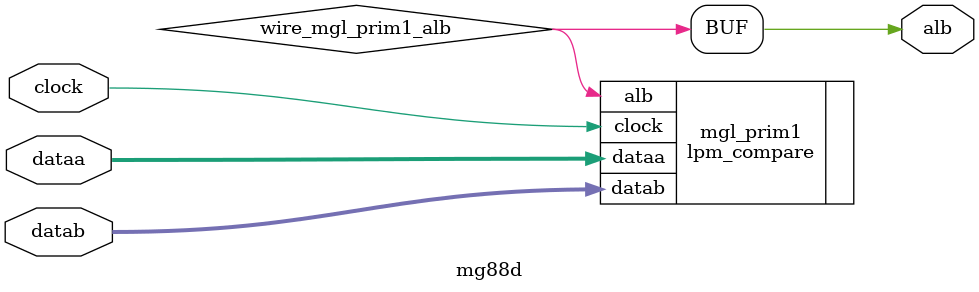
<source format=v>






//synthesis_resources = lpm_compare 1 
//synopsys translate_off
`timescale 1 ps / 1 ps
//synopsys translate_on
module  mg88d
	( 
	alb,
	clock,
	dataa,
	datab) /* synthesis synthesis_clearbox=1 */;
	output   alb;
	input   clock;
	input   [7:0]  dataa;
	input   [7:0]  datab;

	wire  wire_mgl_prim1_alb;

	lpm_compare   mgl_prim1
	( 
	.alb(wire_mgl_prim1_alb),
	.clock(clock),
	.dataa(dataa),
	.datab(datab));
	defparam
		mgl_prim1.lpm_pipeline = 1,
		mgl_prim1.lpm_representation = "UNSIGNED",
		mgl_prim1.lpm_type = "LPM_COMPARE",
		mgl_prim1.lpm_width = 8;
	assign
		alb = wire_mgl_prim1_alb;
endmodule //mg88d
//VALID FILE

</source>
